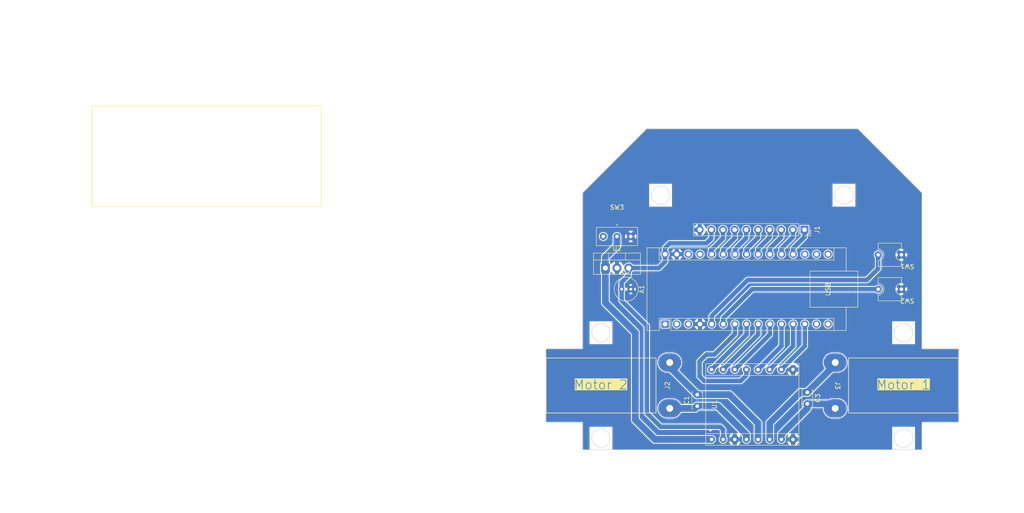
<source format=kicad_pcb>
(kicad_pcb (version 20221018) (generator pcbnew)
  (layers (0 "F.Cu" signal) (31 "B.Cu" signal) (34 "B.Paste" user) (35 "F.Paste" user) (36 "B.SilkS" user "B.Silkscreen") (37 "F.SilkS" user "F.Silkscreen") (38 "B.Mask" user) (39 "F.Mask" user) (44 "Edge.Cuts" user))
  (net 0 "")
  (net 4 "GND")
  (net 5 "/RUN")
  (net 6 "/CAL")
  (net 7 "/STBY")
  (net 8 "/PWM_1")
  (net 9 "/AIN2")
  (net 10 "/AIN1")
  (net 11 "/BIN1")
  (net 12 "/BIN2")
  (net 13 "/PWM_2")
  (net 19 "/IR1")
  (net 20 "/IR2")
  (net 21 "/IR3")
  (net 22 "/IR4")
  (net 23 "/IR5")
  (net 24 "/IR6")
  (net 25 "/IR7")
  (net 26 "/IR8")
  (net 29 "+5V")
  (net 30 "VS")
  (net 31 "/M1_A")
  (net 32 "/M1_B")
  (net 33 "/M2_A")
  (net 34 "/M2_B")
  (net 35 "/Vin")
  (footprint "Capacitor_THT:C_Disc_D3.4mm_W2.1mm_P2.50mm" (layer "F.Cu") (at 153 143.5 -90)
    (fp_text reference "C3" (at 1.25 -2.3 90) (layer "F.SilkS"))
    (fp_text value "C")
    (fp_line (start -0.57 -1.17) (end -0.57 -0.925) (stroke (width 0.12)) (layer "F.SilkS"))
    (fp_line (start -0.57 -1.17) (end 3.07 -1.17) (stroke (width 0.12)) (layer "F.SilkS"))
    (fp_line (start -0.57 0.925) (end -0.57 1.17) (stroke (width 0.12)) (layer "F.SilkS"))
    (fp_line (start -0.57 1.17) (end 3.07 1.17) (stroke (width 0.12)) (layer "F.SilkS"))
    (fp_line (start 3.07 -1.17) (end 3.07 -0.925) (stroke (width 0.12)) (layer "F.SilkS"))
    (fp_line (start 3.07 0.925) (end 3.07 1.17) (stroke (width 0.12)) (layer "F.SilkS"))
    (pad "1" thru_hole circle (at 0 0 270) (size 1.6 1.6) (drill 0.8) (layers "*.Cu" "*.Mask") (net 33 "/M2_A"))
    (pad "2" thru_hole circle (at 2.5 0 270) (size 1.6 1.6) (drill 0.8) (layers "*.Cu" "*.Mask") (net 34 "/M2_B"))
  )
  (footprint "sche:SPDT_Slidebutton" (layer "F.Cu") (at 111.5 109.5)
    (fp_text reference "SW3" (at 0 -6.35 unlocked) (layer "F.SilkS"))
    (fp_text value "SW_SPST")
    (fp_rect (start -4.5 -2) (end 4.5 2) (stroke (width 0.12)) (fill none) (layer "F.SilkS"))
    (fp_circle (center 0 -2.5) (end 0.1 -2.5) (stroke (width 0.12)) (fill solid) (layer "F.SilkS"))
    (pad "1" thru_hole circle (at 3 0) (size 1.524 1.524) (drill 0.762) (layers "*.Cu" "*.Mask") (net 4 "GND"))
    (pad "2" thru_hole circle (at 0 0) (size 1.524 1.524) (drill 0.762) (layers "*.Cu" "*.Mask") (net 35 "/Vin"))
    (pad "3" thru_hole circle (at -3 0) (size 1.524 1.524) (drill 0.762) (layers "*.Cu" "*.Mask") (net 30 "VS"))
  )
  (footprint "sche:SPST_Pushbutton" (layer "F.Cu") (at 171 121 180)
    (fp_text reference "SW2" (at -3.81 -2.54 180 unlocked) (layer "F.SilkS"))
    (fp_text value "Calibrate")
    (fp_line (start -2.54 -2.54) (end -2.54 -1.27) (stroke (width 0.12)) (layer "F.SilkS"))
    (fp_line (start -2.54 -2.54) (end 2.54 -2.54) (stroke (width 0.12)) (layer "F.SilkS"))
    (fp_line (start -2.54 2.54) (end -2.54 1.27) (stroke (width 0.12)) (layer "F.SilkS"))
    (fp_line (start -2.54 2.54) (end 2.54 2.54) (stroke (width 0.12)) (layer "F.SilkS"))
    (fp_line (start 2.54 -2.54) (end 2.54 -1.27) (stroke (width 0.12)) (layer "F.SilkS"))
    (fp_line (start 2.54 2.54) (end 2.54 1.27) (stroke (width 0.12)) (layer "F.SilkS"))
    (fp_arc (start -2.54 -1.27) (mid -1.27 0) (end -2.54 1.27) (stroke (width 0.12)) (layer "F.SilkS"))
    (fp_arc (start 2.54 1.27) (mid 1.27 0) (end 2.54 -1.27) (stroke (width 0.12)) (layer "F.SilkS"))
    (pad "1" thru_hole circle (at 2.54 0 180) (size 1.524 1.524) (drill 0.762) (layers "*.Cu" "*.Mask") (net 6 "/CAL"))
    (pad "2" thru_hole circle (at -2.54 0 180) (size 1.524 1.524) (drill 0.762) (layers "*.Cu" "*.Mask") (net 4 "GND"))
  )
  (footprint "Module:Arduino_Nano" (layer "F.Cu") (at 121.98 128.61 90)
    (fp_text reference "A1" (at 7.62 -5.08 90) (layer "F.SilkS"))
    (fp_text value "Arduino_Nano_v3.x")
    (fp_text user "USB" (at 7.62 35.56 90 unlocked) (layer "F.SilkS"))
    (fp_line (start -1.4 -3.94) (end -1.4 -1.27) (stroke (width 0.12)) (layer "F.SilkS"))
    (fp_line (start -1.4 1.27) (end -1.4 39.5) (stroke (width 0.12)) (layer "F.SilkS"))
    (fp_line (start -1.4 39.5) (end 3.68 39.5) (stroke (width 0.12)) (layer "F.SilkS"))
    (fp_line (start 1.27 -1.27) (end -1.4 -1.27) (stroke (width 0.12)) (layer "F.SilkS"))
    (fp_line (start 1.27 1.27) (end -1.4 1.27) (stroke (width 0.12)) (layer "F.SilkS"))
    (fp_line (start 1.27 1.27) (end 1.27 -1.27) (stroke (width 0.12)) (layer "F.SilkS"))
    (fp_line (start 1.27 1.27) (end 1.27 36.83) (stroke (width 0.12)) (layer "F.SilkS"))
    (fp_line (start 1.27 36.83) (end -1.4 36.83) (stroke (width 0.12)) (layer "F.SilkS"))
    (fp_line (start 3.68 31.62) (end 11.56 31.62) (stroke (width 0.12)) (layer "F.SilkS"))
    (fp_line (start 3.68 42.04) (end 3.68 31.62) (stroke (width 0.12)) (layer "F.SilkS"))
    (fp_line (start 11.56 31.62) (end 11.56 42.04) (stroke (width 0.12)) (layer "F.SilkS"))
    (fp_line (start 11.56 42.04) (end 3.68 42.04) (stroke (width 0.12)) (layer "F.SilkS"))
    (fp_line (start 13.97 -1.27) (end 13.97 36.83) (stroke (width 0.12)) (layer "F.SilkS"))
    (fp_line (start 13.97 -1.27) (end 16.64 -1.27) (stroke (width 0.12)) (layer "F.SilkS"))
    (fp_line (start 13.97 36.83) (end 16.64 36.83) (stroke (width 0.12)) (layer "F.SilkS"))
    (fp_line (start 16.64 -3.94) (end -1.4 -3.94) (stroke (width 0.12)) (layer "F.SilkS"))
    (fp_line (start 16.64 39.5) (end 11.56 39.5) (stroke (width 0.12)) (layer "F.SilkS"))
    (fp_line (start 16.64 39.5) (end 16.64 -3.94) (stroke (width 0.12)) (layer "F.SilkS"))
    (pad "1" thru_hole rect (at 0 0 90) (size 1.6 1.6) (drill 1) (layers "*.Cu" "*.Mask"))
    (pad "2" thru_hole oval (at 0 2.54 90) (size 1.6 1.6) (drill 1) (layers "*.Cu" "*.Mask"))
    (pad "3" thru_hole oval (at 0 5.08 90) (size 1.6 1.6) (drill 1) (layers "*.Cu" "*.Mask"))
    (pad "4" thru_hole oval (at 0 7.62 90) (size 1.6 1.6) (drill 1) (layers "*.Cu" "*.Mask") (net 4 "GND"))
    (pad "5" thru_hole oval (at 0 10.16 90) (size 1.6 1.6) (drill 1) (layers "*.Cu" "*.Mask") (net 5 "/RUN"))
    (pad "6" thru_hole oval (at 0 12.7 90) (size 1.6 1.6) (drill 1) (layers "*.Cu" "*.Mask") (net 6 "/CAL"))
    (pad "7" thru_hole oval (at 0 15.24 90) (size 1.6 1.6) (drill 1) (layers "*.Cu" "*.Mask") (net 7 "/STBY"))
    (pad "8" thru_hole oval (at 0 17.78 90) (size 1.6 1.6) (drill 1) (layers "*.Cu" "*.Mask") (net 8 "/PWM_1"))
    (pad "9" thru_hole oval (at 0 20.32 90) (size 1.6 1.6) (drill 1) (layers "*.Cu" "*.Mask") (net 10 "/AIN1"))
    (pad "10" thru_hole oval (at 0 22.86 90) (size 1.6 1.6) (drill 1) (layers "*.Cu" "*.Mask") (net 9 "/AIN2"))
    (pad "11" thru_hole oval (at 0 25.4 90) (size 1.6 1.6) (drill 1) (layers "*.Cu" "*.Mask") (net 11 "/BIN1"))
    (pad "12" thru_hole oval (at 0 27.94 90) (size 1.6 1.6) (drill 1) (layers "*.Cu" "*.Mask") (net 12 "/BIN2"))
    (pad "13" thru_hole oval (at 0 30.48 90) (size 1.6 1.6) (drill 1) (layers "*.Cu" "*.Mask") (net 13 "/PWM_2"))
    (pad "14" thru_hole oval (at 0 33.02 90) (size 1.6 1.6) (drill 1) (layers "*.Cu" "*.Mask"))
    (pad "15" thru_hole oval (at 0 35.56 90) (size 1.6 1.6) (drill 1) (layers "*.Cu" "*.Mask"))
    (pad "16" thru_hole oval (at 15.24 35.56 90) (size 1.6 1.6) (drill 1) (layers "*.Cu" "*.Mask"))
    (pad "17" thru_hole oval (at 15.24 33.02 90) (size 1.6 1.6) (drill 1) (layers "*.Cu" "*.Mask"))
    (pad "18" thru_hole oval (at 15.24 30.48 90) (size 1.6 1.6) (drill 1) (layers "*.Cu" "*.Mask"))
    (pad "19" thru_hole oval (at 15.24 27.94 90) (size 1.6 1.6) (drill 1) (layers "*.Cu" "*.Mask") (net 19 "/IR1"))
    (pad "20" thru_hole oval (at 15.24 25.4 90) (size 1.6 1.6) (drill 1) (layers "*.Cu" "*.Mask") (net 20 "/IR2"))
    (pad "21" thru_hole oval (at 15.24 22.86 90) (size 1.6 1.6) (drill 1) (layers "*.Cu" "*.Mask") (net 21 "/IR3"))
    (pad "22" thru_hole oval (at 15.24 20.32 90) (size 1.6 1.6) (drill 1) (layers "*.Cu" "*.Mask") (net 22 "/IR4"))
    (pad "23" thru_hole oval (at 15.24 17.78 90) (size 1.6 1.6) (drill 1) (layers "*.Cu" "*.Mask") (net 23 "/IR5"))
    (pad "24" thru_hole oval (at 15.24 15.24 90) (size 1.6 1.6) (drill 1) (layers "*.Cu" "*.Mask") (net 24 "/IR6"))
    (pad "25" thru_hole oval (at 15.24 12.7 90) (size 1.6 1.6) (drill 1) (layers "*.Cu" "*.Mask") (net 25 "/IR7"))
    (pad "26" thru_hole oval (at 15.24 10.16 90) (size 1.6 1.6) (drill 1) (layers "*.Cu" "*.Mask") (net 26 "/IR8"))
    (pad "27" thru_hole oval (at 15.24 7.62 90) (size 1.6 1.6) (drill 1) (layers "*.Cu" "*.Mask"))
    (pad "28" thru_hole oval (at 15.24 5.08 90) (size 1.6 1.6) (drill 1) (layers "*.Cu" "*.Mask"))
    (pad "29" thru_hole oval (at 15.24 2.54 90) (size 1.6 1.6) (drill 1) (layers "*.Cu" "*.Mask") (net 4 "GND"))
    (pad "30" thru_hole oval (at 15.24 0 90) (size 1.6 1.6) (drill 1) (layers "*.Cu" "*.Mask") (net 29 "+5V"))
  )
  (footprint "Connector_PinSocket_2.54mm:PinSocket_1x10_P2.54mm_Vertical" (layer "F.Cu") (at 152.4 108.025 -90)
    (fp_text reference "J1" (at 0 -2.77 90) (layer "F.SilkS"))
    (fp_text value "IR_conn")
    (fp_line (start -1.33 1.27) (end -1.33 24.19) (stroke (width 0.12)) (layer "F.SilkS"))
    (fp_line (start -1.33 1.27) (end 1.33 1.27) (stroke (width 0.12)) (layer "F.SilkS"))
    (fp_line (start -1.33 24.19) (end 1.33 24.19) (stroke (width 0.12)) (layer "F.SilkS"))
    (fp_line (start 0 -1.33) (end 1.33 -1.33) (stroke (width 0.12)) (layer "F.SilkS"))
    (fp_line (start 1.33 -1.33) (end 1.33 0) (stroke (width 0.12)) (layer "F.SilkS"))
    (fp_line (start 1.33 1.27) (end 1.33 24.19) (stroke (width 0.12)) (layer "F.SilkS"))
    (pad "1" thru_hole rect (at 0 0 270) (size 1.7 1.7) (drill 1) (layers "*.Cu" "*.Mask") (net 19 "/IR1"))
    (pad "2" thru_hole oval (at 0 2.54 270) (size 1.7 1.7) (drill 1) (layers "*.Cu" "*.Mask") (net 20 "/IR2"))
    (pad "3" thru_hole oval (at 0 5.08 270) (size 1.7 1.7) (drill 1) (layers "*.Cu" "*.Mask") (net 21 "/IR3"))
    (pad "4" thru_hole oval (at 0 7.62 270) (size 1.7 1.7) (drill 1) (layers "*.Cu" "*.Mask") (net 22 "/IR4"))
    (pad "5" thru_hole oval (at 0 10.16 270) (size 1.7 1.7) (drill 1) (layers "*.Cu" "*.Mask") (net 23 "/IR5"))
    (pad "6" thru_hole oval (at 0 12.7 270) (size 1.7 1.7) (drill 1) (layers "*.Cu" "*.Mask") (net 24 "/IR6"))
    (pad "7" thru_hole oval (at 0 15.24 270) (size 1.7 1.7) (drill 1) (layers "*.Cu" "*.Mask") (net 25 "/IR7"))
    (pad "8" thru_hole oval (at 0 17.78 270) (size 1.7 1.7) (drill 1) (layers "*.Cu" "*.Mask") (net 26 "/IR8"))
    (pad "9" thru_hole oval (at 0 20.32 270) (size 1.7 1.7) (drill 1) (layers "*.Cu" "*.Mask") (net 29 "+5V"))
    (pad "10" thru_hole oval (at 0 22.86 270) (size 1.7 1.7) (drill 1) (layers "*.Cu" "*.Mask") (net 4 "GND"))
  )
  (footprint "Capacitor_THT:C_Disc_D3.4mm_W2.1mm_P2.50mm" (layer "F.Cu") (at 129 146.5 90)
    (fp_text reference "C1" (at 1.25 -2.3 90) (layer "F.SilkS"))
    (fp_text value "C")
    (fp_line (start -0.57 -1.17) (end -0.57 -0.925) (stroke (width 0.12)) (layer "F.SilkS"))
    (fp_line (start -0.57 -1.17) (end 3.07 -1.17) (stroke (width 0.12)) (layer "F.SilkS"))
    (fp_line (start -0.57 0.925) (end -0.57 1.17) (stroke (width 0.12)) (layer "F.SilkS"))
    (fp_line (start -0.57 1.17) (end 3.07 1.17) (stroke (width 0.12)) (layer "F.SilkS"))
    (fp_line (start 3.07 -1.17) (end 3.07 -0.925) (stroke (width 0.12)) (layer "F.SilkS"))
    (fp_line (start 3.07 0.925) (end 3.07 1.17) (stroke (width 0.12)) (layer "F.SilkS"))
    (pad "1" thru_hole circle (at 0 0 90) (size 1.6 1.6) (drill 0.8) (layers "*.Cu" "*.Mask") (net 31 "/M1_A"))
    (pad "2" thru_hole circle (at 2.5 0 90) (size 1.6 1.6) (drill 0.8) (layers "*.Cu" "*.Mask") (net 32 "/M1_B"))
  )
  (footprint "sche:SPST_Pushbutton" (layer "F.Cu") (at 171 113.5 180)
    (fp_text reference "SW1" (at -3.81 -2.54 180 unlocked) (layer "F.SilkS"))
    (fp_text value "Run")
    (fp_line (start -2.54 -2.54) (end -2.54 -1.27) (stroke (width 0.12)) (layer "F.SilkS"))
    (fp_line (start -2.54 -2.54) (end 2.54 -2.54) (stroke (width 0.12)) (layer "F.SilkS"))
    (fp_line (start -2.54 2.54) (end -2.54 1.27) (stroke (width 0.12)) (layer "F.SilkS"))
    (fp_line (start -2.54 2.54) (end 2.54 2.54) (stroke (width 0.12)) (layer "F.SilkS"))
    (fp_line (start 2.54 -2.54) (end 2.54 -1.27) (stroke (width 0.12)) (layer "F.SilkS"))
    (fp_line (start 2.54 2.54) (end 2.54 1.27) (stroke (width 0.12)) (layer "F.SilkS"))
    (fp_arc (start -2.54 -1.27) (mid -1.27 0) (end -2.54 1.27) (stroke (width 0.12)) (layer "F.SilkS"))
    (fp_arc (start 2.54 1.27) (mid 1.27 0) (end 2.54 -1.27) (stroke (width 0.12)) (layer "F.SilkS"))
    (pad "1" thru_hole circle (at 2.54 0 180) (size 1.524 1.524) (drill 0.762) (layers "*.Cu" "*.Mask") (net 5 "/RUN"))
    (pad "2" thru_hole circle (at -2.54 0 180) (size 1.524 1.524) (drill 0.762) (layers "*.Cu" "*.Mask") (net 4 "GND"))
  )
  (footprint "Package_TO_SOT_THT:TO-220-3_Vertical" (layer "F.Cu") (at 108.96 116.39)
    (fp_text reference "U2" (at 2.54 -4.27) (layer "F.SilkS"))
    (fp_text value "LM7805_TO220")
    (fp_line (start -2.58 -3.27) (end -2.58 1.371) (stroke (width 0.12)) (layer "F.SilkS"))
    (fp_line (start -2.58 -3.27) (end 7.66 -3.27) (stroke (width 0.12)) (layer "F.SilkS"))
    (fp_line (start -2.58 -1.76) (end 7.66 -1.76) (stroke (width 0.12)) (layer "F.SilkS"))
    (fp_line (start -2.58 1.371) (end 7.66 1.371) (stroke (width 0.12)) (layer "F.SilkS"))
    (fp_line (start 0.69 -3.27) (end 0.69 -1.76) (stroke (width 0.12)) (layer "F.SilkS"))
    (fp_line (start 4.391 -3.27) (end 4.391 -1.76) (stroke (width 0.12)) (layer "F.SilkS"))
    (fp_line (start 7.66 -3.27) (end 7.66 1.371) (stroke (width 0.12)) (layer "F.SilkS"))
    (pad "1" thru_hole rect (at 0 0) (size 1.905 2) (drill 1.1) (layers "*.Cu" "*.Mask") (net 35 "/Vin"))
    (pad "2" thru_hole oval (at 2.54 0) (size 1.905 2) (drill 1.1) (layers "*.Cu" "*.Mask") (net 4 "GND"))
    (pad "3" thru_hole oval (at 5.08 0) (size 1.905 2) (drill 1.1) (layers "*.Cu" "*.Mask") (net 29 "+5V"))
  )
  (footprint "sche:MOTORmount" (layer "F.Cu") (at 123 142 90)
    (fp_text reference "J2" (at 0 -0.5 90 unlocked) (layer "F.SilkS"))
    (fp_text value "Motor1")
    (pad "1" thru_hole oval (at -5 0 180) (size 5 4) (drill 1.5) (layers "*.Cu" "*.Mask") (net 31 "/M1_A"))
    (pad "2" thru_hole oval (at 5 0 180) (size 5 4) (drill 1.5) (layers "*.Cu" "*.Mask") (net 32 "/M1_B"))
  )
  (footprint "Capacitor_THT:C_Radial_D5.0mm_H7.0mm_P2.00mm" (layer "F.Cu") (at 112.5 121)
    (fp_text reference "C2" (at 1 -3.75) (layer "F.SilkS"))
    (fp_text value "C_Polarized")
    (fp_circle (center 1 0) (end 3.62 0) (stroke (width 0.12)) (fill none) (layer "F.SilkS"))
    (pad "1" thru_hole circle (at 0 0) (size 1.2 1.2) (drill 0.6) (layers "*.Cu" "*.Mask") (net 29 "+5V"))
    (pad "2" thru_hole circle (at 2 0) (size 1.2 1.2) (drill 0.6) (layers "*.Cu" "*.Mask") (net 4 "GND"))
  )
  (footprint "sche:MOTORmount" (layer "F.Cu") (at 159.095 142 -90)
    (fp_text reference "J3" (at 0 -0.5 -90 unlocked) (layer "F.SilkS"))
    (fp_text value "Motor2")
    (pad "1" thru_hole oval (at -5 0) (size 5 4) (drill 1.5) (layers "*.Cu" "*.Mask") (net 33 "/M2_A"))
    (pad "2" thru_hole oval (at 5 0) (size 5 4) (drill 1.5) (layers "*.Cu" "*.Mask") (net 34 "/M2_B"))
  )
  (footprint "sche:TB1266FNG_Module" (layer "F.Cu") (at 149.89 153.765 90)
    (fp_text reference "U1" (at 7.62 -17.145 90 unlocked) (layer "F.SilkS"))
    (fp_text value "TB6612FNG_Module")
    (fp_line (start -1.27 -19.05) (end 1.27 -19.05) (stroke (width 0.12)) (layer "F.SilkS"))
    (fp_line (start -1.27 1.27) (end -1.27 -19.05) (stroke (width 0.12)) (layer "F.SilkS"))
    (fp_line (start 1.27 -19.05) (end 1.27 1.27) (stroke (width 0.12)) (layer "F.SilkS"))
    (fp_line (start 1.27 -19.05) (end 13.97 -19.05) (stroke (width 0.12)) (layer "F.SilkS"))
    (fp_line (start 1.27 1.27) (end -1.27 1.27) (stroke (width 0.12)) (layer "F.SilkS"))
    (fp_line (start 13.97 -19.05) (end 16.51 -19.05) (stroke (width 0.12)) (layer "F.SilkS"))
    (fp_line (start 13.97 1.27) (end 1.27 1.27) (stroke (width 0.12)) (layer "F.SilkS"))
    (fp_line (start 13.97 1.27) (end 13.97 -19.05) (stroke (width 0.12)) (layer "F.SilkS"))
    (fp_line (start 16.51 -19.05) (end 16.51 1.27) (stroke (width 0.12)) (layer "F.SilkS"))
    (fp_line (start 16.51 1.27) (end 13.97 1.27) (stroke (width 0.12)) (layer "F.SilkS"))
    (fp_circle (center 2 -18) (end 2.223607 -18) (stroke (width 0.12)) (fill solid) (layer "F.SilkS"))
    (pad "1" thru_hole circle (at 0 -17.78 270) (size 1.524 1.524) (drill 0.762) (layers "*.Cu" "*.Mask") (net 35 "/Vin"))
    (pad "2" thru_hole circle (at 0 -15.24 270) (size 1.524 1.524) (drill 0.762) (layers "*.Cu" "*.Mask") (net 29 "+5V"))
    (pad "3" thru_hole oval (at 0 -12.7 270) (size 2 1.524) (drill 0.762) (layers "*.Cu" "*.Mask") (net 4 "GND"))
    (pad "4" thru_hole circle (at 0 -10.16 270) (size 1.524 1.524) (drill 0.762) (layers "*.Cu" "*.Mask") (net 31 "/M1_A"))
    (pad "5" thru_hole circle (at 0 -7.62 270) (size 1.524 1.524) (drill 0.762) (layers "*.Cu" "*.Mask") (net 32 "/M1_B"))
    (pad "6" thru_hole circle (at 0 -5.08 270) (size 1.524 1.524) (drill 0.762) (layers "*.Cu" "*.Mask") (net 33 "/M2_A"))
    (pad "7" thru_hole circle (at 0 -2.54 270) (size 1.524 1.524) (drill 0.762) (layers "*.Cu" "*.Mask") (net 34 "/M2_B"))
    (pad "8" thru_hole oval (at 0 0 270) (size 2 1.524) (drill 0.762) (layers "*.Cu" "*.Mask") (net 4 "GND"))
    (pad "9" thru_hole circle (at 15.24 -17.78 270) (size 1.524 1.524) (drill 0.762) (layers "*.Cu" "*.Mask") (net 8 "/PWM_1"))
    (pad "10" thru_hole circle (at 15.24 -15.24 270) (size 1.524 1.524) (drill 0.762) (layers "*.Cu" "*.Mask") (net 10 "/AIN1"))
    (pad "11" thru_hole circle (at 15.24 -12.7 270) (size 1.524 1.524) (drill 0.762) (layers "*.Cu" "*.Mask") (net 9 "/AIN2"))
    (pad "12" thru_hole circle (at 15.24 -10.16 270) (size 1.524 1.524) (drill 0.762) (layers "*.Cu" "*.Mask") (net 7 "/STBY"))
    (pad "13" thru_hole circle (at 15.24 -7.62 270) (size 1.524 1.524) (drill 0.762) (layers "*.Cu" "*.Mask") (net 11 "/BIN1"))
    (pad "14" thru_hole circle (at 15.24 -5.08 270) (size 1.524 1.524) (drill 0.762) (layers "*.Cu" "*.Mask") (net 12 "/BIN2"))
    (pad "15" thru_hole circle (at 15.24 -2.54 270) (size 1.524 1.524) (drill 0.762) (layers "*.Cu" "*.Mask") (net 13 "/PWM_2"))
    (pad "16" thru_hole oval (at 15.24 0 270) (size 2 1.524) (drill 0.762) (layers "*.Cu" "*.Mask") (net 4 "GND"))
  )
  (gr_rect (start 96 136) (end 120 148) (stroke (width 0.15)) (fill none) (layer "F.SilkS"))
  (gr_rect (start -3 81) (end 47 103) (stroke (width 0.15)) (fill none) (layer "F.SilkS"))
  (gr_rect (start 162 136) (end 186 148) (stroke (width 0.15)) (fill none) (layer "F.SilkS"))
  (gr_line (start 104 134) (end 96 134) (stroke (width 0.1)) (layer "Edge.Cuts"))
  (gr_line (start 186 134) (end 178 134) (stroke (width 0.1)) (layer "Edge.Cuts"))
  (gr_line (start 178 150) (end 186 150) (stroke (width 0.1)) (layer "Edge.Cuts"))
  (gr_circle (center 108 153.5) (end 110 153.5) (stroke (width 0.1)) (fill none) (layer "Edge.Cuts"))
  (gr_line (start 186 150) (end 186 134) (stroke (width 0.1)) (layer "Edge.Cuts"))
  (gr_line (start 118 86) (end 104 100) (stroke (width 0.1)) (layer "Edge.Cuts"))
  (gr_line (start 171 156) (end 178 156) (stroke (width 0.1)) (layer "Edge.Cuts"))
  (gr_line (start 96 150) (end 104 150) (stroke (width 0.1)) (layer "Edge.Cuts"))
  (gr_line (start 178 156) (end 178 150) (stroke (width 0.1)) (layer "Edge.Cuts"))
  (gr_line (start 164 86) (end 118 86) (stroke (width 0.1)) (layer "Edge.Cuts"))
  (gr_circle (center 174 153.5) (end 176 153.5) (stroke (width 0.1)) (fill none) (layer "Edge.Cuts"))
  (gr_line (start 111 156) (end 171 156) (stroke (width 0.1)) (layer "Edge.Cuts"))
  (gr_circle (center 121 100.5) (end 123 100.5) (stroke (width 0.1)) (fill none) (layer "Edge.Cuts"))
  (gr_circle (center 161 100.5) (end 163 100.5) (stroke (width 0.1)) (fill none) (layer "Edge.Cuts"))
  (gr_line (start 104 156) (end 111 156) (stroke (width 0.1)) (layer "Edge.Cuts"))
  (gr_line (start 104 150) (end 104 156) (stroke (width 0.1)) (layer "Edge.Cuts"))
  (gr_line (start 96 134) (end 96 150) (stroke (width 0.1)) (layer "Edge.Cuts"))
  (gr_circle (center 174 130.5) (end 176 130.5) (stroke (width 0.1)) (fill none) (layer "Edge.Cuts"))
  (gr_line (start 104 100) (end 104 134) (stroke (width 0.1)) (layer "Edge.Cuts"))
  (gr_line (start 178 100) (end 164 86) (stroke (width 0.1)) (layer "Edge.Cuts"))
  (gr_line (start 178 134) (end 178 100) (stroke (width 0.1)) (layer "Edge.Cuts"))
  (gr_circle (center 108 130.5) (end 110 130.5) (stroke (width 0.1)) (fill none) (layer "Edge.Cuts"))
  (gr_text "Motor 2" (at 102 143) (layer "F.SilkS" knockout) (effects (font (size 2 2)) (justify left bottom)))
  (gr_text "Motor 1" (at 168 143) (layer "F.SilkS" knockout) (effects (font (size 2 2)) (justify left bottom)))
  (segment (start 132.14 128.61) (end 132.14 126.86) (width 1) (layer "B.Cu") (net 5))
  (segment (start 140 119) (end 166 119) (width 1) (layer "B.Cu") (net 5))
  (segment (start 166 119) (end 168.46 116.54) (width 1) (layer "B.Cu") (net 5))
  (segment (start 168.46 116.54) (end 168.46 113.5) (width 1) (layer "B.Cu") (net 5))
  (segment (start 132.14 126.86) (end 140 119) (width 1) (layer "B.Cu") (net 5))
  (segment (start 134.68 127.32) (end 141 121) (width 1) (layer "B.Cu") (net 6))
  (segment (start 141 121) (end 168.46 121) (width 1) (layer "B.Cu") (net 6))
  (segment (start 134.68 128.61) (end 134.68 127.32) (width 1) (layer "B.Cu") (net 6))
  (segment (start 131 135.25) (end 129.5 136.75) (width 1) (layer "B.Cu") (net 7))
  (segment (start 129.5 136.75) (end 129.5 140) (width 1) (layer "B.Cu") (net 7))
  (segment (start 132.75 135.25) (end 131 135.25) (width 1) (layer "B.Cu") (net 7))
  (segment (start 137.22 130.78) (end 132.75 135.25) (width 1) (layer "B.Cu") (net 7))
  (segment (start 129.5 140) (end 130.5 141) (width 1) (layer "B.Cu") (net 7))
  (segment (start 137.22 128.61) (end 137.22 130.78) (width 1) (layer "B.Cu") (net 7))
  (segment (start 138.5 141) (end 139.73 139.77) (width 1) (layer "B.Cu") (net 7))
  (segment (start 139.73 139.77) (end 139.73 138.525) (width 1) (layer "B.Cu") (net 7))
  (segment (start 130.5 141) (end 138.5 141) (width 1) (layer "B.Cu") (net 7))
  (segment (start 139.76 130.875) (end 139.76 128.61) (width 1) (layer "B.Cu") (net 8))
  (segment (start 132.11 138.525) (end 139.76 130.875) (width 1) (layer "B.Cu") (net 8))
  (segment (start 137.19 138.525) (end 144.84 130.875) (width 1) (layer "B.Cu") (net 9))
  (segment (start 144.84 130.875) (end 144.84 128.61) (width 1) (layer "B.Cu") (net 9))
  (segment (start 142.3 130.875) (end 142.3 128.61) (width 1) (layer "B.Cu") (net 10))
  (segment (start 134.65 138.525) (end 142.3 130.875) (width 1) (layer "B.Cu") (net 10))
  (segment (start 147.38 133.415) (end 142.27 138.525) (width 1) (layer "B.Cu") (net 11))
  (segment (start 147.38 128.61) (end 147.38 133.415) (width 1) (layer "B.Cu") (net 11))
  (segment (start 149.92 133.415) (end 149.92 128.61) (width 1) (layer "B.Cu") (net 12))
  (segment (start 144.81 138.525) (end 149.92 133.415) (width 1) (layer "B.Cu") (net 12))
  (segment (start 152.46 133.415) (end 152.46 128.61) (width 1) (layer "B.Cu") (net 13))
  (segment (start 147.35 138.525) (end 152.46 133.415) (width 1) (layer "B.Cu") (net 13))
  (segment (start 149.92 113.37) (end 149.92 112.08) (width 1) (layer "B.Cu") (net 19))
  (segment (start 152.4 109.6) (end 152.4 108.025) (width 1) (layer "B.Cu") (net 19))
  (segment (start 149.92 112.08) (end 152.4 109.6) (width 1) (layer "B.Cu") (net 19))
  (segment (start 147.38 113.37) (end 147.38 112.12) (width 1) (layer "B.Cu") (net 20))
  (segment (start 147.38 112.12) (end 149.86 109.64) (width 1) (layer "B.Cu") (net 20))
  (segment (start 149.86 109.64) (end 149.86 108.025) (width 1) (layer "B.Cu") (net 20))
  (segment (start 147.32 109.68) (end 147.32 108.025) (width 1) (layer "B.Cu") (net 21))
  (segment (start 144.84 113.37) (end 144.84 112.16) (width 1) (layer "B.Cu") (net 21))
  (segment (start 144.84 112.16) (end 147.32 109.68) (width 1) (layer "B.Cu") (net 21))
  (segment (start 144.78 109.72) (end 144.78 108.025) (width 1) (layer "B.Cu") (net 22))
  (segment (start 142.3 112.2) (end 144.78 109.72) (width 1) (layer "B.Cu") (net 22))
  (segment (start 142.3 113.37) (end 142.3 112.2) (width 1) (layer "B.Cu") (net 22))
  (segment (start 142.24 109.76) (end 142.24 108.025) (width 1) (layer "B.Cu") (net 23))
  (segment (start 139.76 112.24) (end 142.24 109.76) (width 1) (layer "B.Cu") (net 23))
  (segment (start 139.76 113.37) (end 139.76 112.24) (width 1) (layer "B.Cu") (net 23))
  (segment (start 137.22 113.37) (end 137.22 112.28) (width 1) (layer "B.Cu") (net 24))
  (segment (start 137.22 112.28) (end 139.7 109.8) (width 1) (layer "B.Cu") (net 24))
  (segment (start 139.7 109.8) (end 139.7 108.025) (width 1) (layer "B.Cu") (net 24))
  (segment (start 134.68 112.32) (end 137.16 109.84) (width 1) (layer "B.Cu") (net 25))
  (segment (start 137.16 109.84) (end 137.16 108.025) (width 1) (layer "B.Cu") (net 25))
  (segment (start 134.68 113.37) (end 134.68 112.32) (width 1) (layer "B.Cu") (net 25))
  (segment (start 134.62 109.88) (end 134.62 108.025) (width 1) (layer "B.Cu") (net 26))
  (segment (start 132 113.23) (end 132 112.5) (width 1) (layer "B.Cu") (net 26))
  (segment (start 132.14 113.37) (end 132 113.23) (width 1) (layer "B.Cu") (net 26))
  (segment (start 132 112.5) (end 134.62 109.88) (width 1) (layer "B.Cu") (net 26))
  (segment (start 118 129) (end 112.5 123.5) (width 1) (layer "B.Cu") (net 29))
  (segment (start 114.04 117.96) (end 112.5 119.5) (width 1) (layer "B.Cu") (net 29))
  (segment (start 121.98 112.02) (end 123 111) (width 1) (layer "B.Cu") (net 29))
  (segment (start 114.04 116.39) (end 114.04 117.96) (width 1) (layer "B.Cu") (net 29))
  (segment (start 134 151) (end 121 151) (width 1) (layer "B.Cu") (net 29))
  (segment (start 123 111) (end 131 111) (width 1) (layer "B.Cu") (net 29))
  (segment (start 114.04 116.39) (end 120.61 116.39) (width 1) (layer "B.Cu") (net 29))
  (segment (start 118 148) (end 118 129) (width 1) (layer "B.Cu") (net 29))
  (segment (start 131 111) (end 132.08 109.92) (width 1) (layer "B.Cu") (net 29))
  (segment (start 121 151) (end 118 148) (width 1) (layer "B.Cu") (net 29))
  (segment (start 120.61 116.39) (end 121.98 115.02) (width 1) (layer "B.Cu") (net 29))
  (segment (start 121.98 115.02) (end 121.98 113.37) (width 1) (layer "B.Cu") (net 29))
  (segment (start 112.5 123.5) (end 112.5 121) (width 1) (layer "B.Cu") (net 29))
  (segment (start 134.65 153.765) (end 134.65 151.65) (width 1) (layer "B.Cu") (net 29))
  (segment (start 112.5 119.5) (end 112.5 121) (width 1) (layer "B.Cu") (net 29))
  (segment (start 132.08 109.92) (end 132.08 108.025) (width 1) (layer "B.Cu") (net 29))
  (segment (start 134.65 151.65) (end 134 151) (width 1) (layer "B.Cu") (net 29))
  (segment (start 121.98 113.37) (end 121.98 112.02) (width 1) (layer "B.Cu") (net 29))
  (segment (start 128.5 147) (end 123 147) (width 1.5) (layer "B.Cu") (net 31))
  (segment (start 139.73 153.765) (end 139.73 152.73) (width 1.5) (layer "B.Cu") (net 31))
  (segment (start 129 146.5) (end 128.5 147) (width 1.5) (layer "B.Cu") (net 31))
  (segment (start 133.5 146.5) (end 129 146.5) (width 1.5) (layer "B.Cu") (net 31))
  (segment (start 139.73 152.73) (end 133.5 146.5) (width 1.5) (layer "B.Cu") (net 31))
  (segment (start 142.27 150.27) (end 142.27 153.765) (width 1.5) (layer "B.Cu") (net 32))
  (segment (start 123 138) (end 123 137) (width 1.5) (layer "B.Cu") (net 32))
  (segment (start 129 144) (end 123 138) (width 1.5) (layer "B.Cu") (net 32))
  (segment (start 136 144) (end 142.27 150.27) (width 1.5) (layer "B.Cu") (net 32))
  (segment (start 136 144) (end 129 144) (width 1.5) (layer "B.Cu") (net 32))
  (segment (start 158 137) (end 159.095 137) (width 1.5) (layer "B.Cu") (net 33))
  (segment (start 144.81 150.19) (end 151.5 143.5) (width 1.5) (layer "B.Cu") (net 33))
  (segment (start 159.095 137.405) (end 159.095 137) (width 1.5) (layer "B.Cu") (net 33))
  (segment (start 151.5 143.5) (end 153 143.5) (width 1.5) (layer "B.Cu") (net 33))
  (segment (start 153 143.5) (end 159.095 137.405) (width 1.5) (layer "B.Cu") (net 33))
  (segment (start 144.81 153.765) (end 144.81 150.19) (width 1.5) (layer "B.Cu") (net 33))
  (segment (start 158.095 146) (end 159.095 147) (width 1.5) (layer "B.Cu") (net 34))
  (segment (start 153 146) (end 158.095 146) (width 1.5) (layer "B.Cu") (net 34))
  (segment (start 147.35 153.765) (end 147.35 152.65) (width 1.5) (layer "B.Cu") (net 34))
  (segment (start 147.35 152.65) (end 153 147) (width 1.5) (layer "B.Cu") (net 34))
  (segment (start 153 147) (end 153 146) (width 1.5) (layer "B.Cu") (net 34))
  (segment (start 115.5 149.5) (end 119.765 153.765) (width 1.5) (layer "B.Cu") (net 35))
  (segment (start 108.96 116.39) (end 108.96 123.96) (width 1.5) (layer "B.Cu") (net 35))
  (segment (start 119.765 153.765) (end 132.11 153.765) (width 1.5) (layer "B.Cu") (net 35))
  (segment (start 115.5 130.5) (end 115.5 149.5) (width 1.5) (layer "B.Cu") (net 35))
  (segment (start 111.5 109.5) (end 111.5 111.5) (width 1.5) (layer "B.Cu") (net 35))
  (segment (start 108.96 114.04) (end 108.96 116.39) (width 1.5) (layer "B.Cu") (net 35))
  (segment (start 108.96 123.96) (end 115.5 130.5) (width 1.5) (layer "B.Cu") (net 35))
  (segment (start 111.5 111.5) (end 108.96 114.04) (width 1.5) (layer "B.Cu") (net 35))
  (zone (net 0) (net_name "") (layer "B.Cu") (connect_pads (clearance 0)) (min_thickness 0.25)
    (keepout (tracks not_allowed) (vias not_allowed) (pads not_allowed) (copperpour not_allowed) (footprints allowed))
    (fill (thermal_gap 0.5) (thermal_bridge_width 0.5))
    (polygon (pts (xy 105.5 128) (xy 110.5 128) (xy 110.5 133) (xy 105.5 133)))
  )
  (zone (net 0) (net_name "") (layer "B.Cu") (connect_pads (clearance 0)) (min_thickness 0.25)
    (keepout (tracks not_allowed) (vias not_allowed) (pads not_allowed) (copperpour not_allowed) (footprints allowed))
    (fill (thermal_gap 0.5) (thermal_bridge_width 0.5))
    (polygon (pts (xy 171.5 128) (xy 176.5 128) (xy 176.5 133) (xy 171.5 133)))
  )
  (zone (net 0) (net_name "") (layer "B.Cu") (connect_pads (clearance 0)) (min_thickness 0.25)
    (keepout (tracks not_allowed) (vias not_allowed) (pads not_allowed) (copperpour not_allowed) (footprints allowed))
    (fill (thermal_gap 0.5) (thermal_bridge_width 0.5))
    (polygon (pts (xy 171.5 151) (xy 176.5 151) (xy 176.5 156) (xy 171.5 156)))
  )
  (zone (net 4) (net_name "GND") (layer "B.Cu") (connect_pads (clearance 0.2)) (min_thickness 0.25) (fill yes (thermal_gap 0.5) (thermal_bridge_width 0.9))
    (polygon (pts (xy 186 156) (xy 96 156) (xy 96 86) (xy 186 86)))
  )
  (zone (net 0) (net_name "") (layer "B.Cu") (connect_pads (clearance 0)) (min_thickness 0.25)
    (keepout (tracks not_allowed) (vias not_allowed) (pads not_allowed) (copperpour not_allowed) (footprints allowed))
    (fill (thermal_gap 0.5) (thermal_bridge_width 0.5))
    (polygon (pts (xy 105.5 151) (xy 110.5 151) (xy 110.5 156) (xy 105.5 156)))
  )
  (zone (net 0) (net_name "") (layer "B.Cu") (connect_pads (clearance 0)) (min_thickness 0.25)
    (keepout (tracks not_allowed) (vias not_allowed) (pads not_allowed) (copperpour not_allowed) (footprints allowed))
    (fill (thermal_gap 0.5) (thermal_bridge_width 0.5))
    (polygon (pts (xy 158.5 98) (xy 163.5 98) (xy 163.5 103) (xy 158.5 103)))
  )
  (zone (net 0) (net_name "") (layer "B.Cu") (connect_pads (clearance 0)) (min_thickness 0.25)
    (keepout (tracks not_allowed) (vias not_allowed) (pads not_allowed) (copperpour not_allowed) (footprints allowed))
    (fill (thermal_gap 0.5) (thermal_bridge_width 0.5))
    (polygon (pts (xy 118.5 98) (xy 123.5 98) (xy 123.5 103) (xy 118.5 103)))
  )
)
</source>
